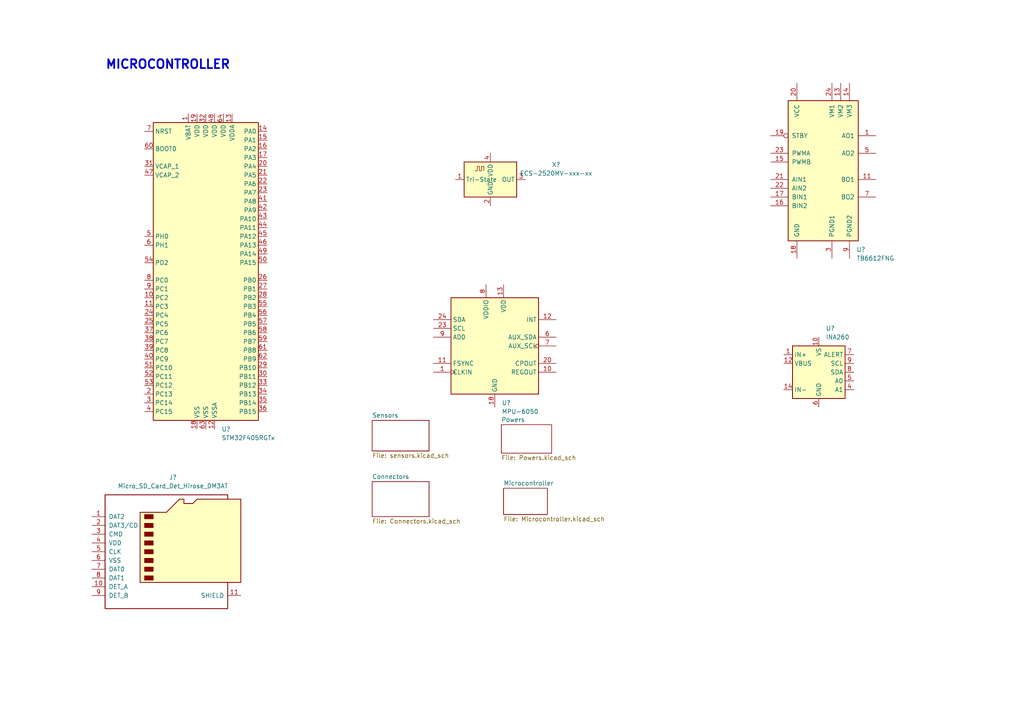
<source format=kicad_sch>
(kicad_sch (version 20211123) (generator eeschema)
  (paper "A4")
  (lib_symbols
    (symbol "Connector:Micro_SD_Card_Det_Hirose_DM3AT" (pin_names (offset 1.016))
      (property "Reference" "J" (at -16.51 17.78 0))
      (property "Value" "Micro_SD_Card_Det_Hirose_DM3AT" (at 16.51 17.78 0))
      (symbol "Micro_SD_Card_Det_Hirose_DM3AT_0_1"
        (rectangle (start -7.62 -6.985) (end -5.08 -8.255) (fill (type outline)))
        (rectangle (start -7.62 -4.445) (end -5.08 -5.715) (fill (type outline)))
        (rectangle (start -7.62 -1.905) (end -5.08 -3.175) (fill (type outline)))
        (rectangle (start -7.62 0.635) (end -5.08 -0.635) (fill (type outline)))
        (rectangle (start -7.62 3.175) (end -5.08 1.905) (fill (type outline)))
        (rectangle (start -7.62 5.715) (end -5.08 4.445) (fill (type outline)))
        (rectangle (start -7.62 8.255) (end -5.08 6.985) (fill (type outline)))
        (rectangle (start -7.62 10.795) (end -5.08 9.525) (fill (type outline)))
        (polyline (pts (xy 16.51 15.24) (xy 16.51 16.51) (xy -19.05 16.51) (xy -19.05 -16.51) (xy 16.51 -16.51) (xy 16.51 -8.89)) (stroke (width 0.254)))
        (polyline (pts (xy -8.89 -8.89) (xy -8.89 11.43) (xy -1.27 11.43) (xy 2.54 15.24) (xy 3.81 15.24) (xy 3.81 13.97) (xy 6.35 13.97) (xy 7.62 15.24) (xy 20.32 15.24) (xy 20.32 -8.89) (xy -8.89 -8.89)) (stroke (width 0.254)) (fill (type background)))
      )
      (symbol "Micro_SD_Card_Det_Hirose_DM3AT_1_1"
        (pin bidirectional line (at -22.86 10.16 0) (length 3.81) (name "DAT2") (number "1"))
        (pin passive line (at -22.86 -10.16 0) (length 3.81) (name "DET_A") (number "10"))
        (pin passive line (at 20.32 -12.7 180) (length 3.81) (name "SHIELD") (number "11"))
        (pin bidirectional line (at -22.86 7.62 0) (length 3.81) (name "DAT3/CD") (number "2"))
        (pin input line (at -22.86 5.08 0) (length 3.81) (name "CMD") (number "3"))
        (pin power_in line (at -22.86 2.54 0) (length 3.81) (name "VDD") (number "4"))
        (pin input line (at -22.86 0 0) (length 3.81) (name "CLK") (number "5"))
        (pin power_in line (at -22.86 -2.54 0) (length 3.81) (name "VSS") (number "6"))
        (pin bidirectional line (at -22.86 -5.08 0) (length 3.81) (name "DAT0") (number "7"))
        (pin bidirectional line (at -22.86 -7.62 0) (length 3.81) (name "DAT1") (number "8"))
        (pin passive line (at -22.86 -12.7 0) (length 3.81) (name "DET_B") (number "9"))
      )
    )
    (symbol "Driver_Motor:TB6612FNG" (pin_names (offset 1.016))
      (property "Reference" "U" (at 11.43 17.78 0))
      (property "Value" "TB6612FNG" (at 11.43 15.24 0))
      (symbol "TB6612FNG_0_1"
        (rectangle (start -10.16 20.32) (end 10.16 -20.32) (stroke (width 0.254)) (fill (type background)))
      )
      (symbol "TB6612FNG_1_1"
        (pin output line (at 15.24 10.16 180) (length 5.08) (name "AO1") (number "1"))
        (pin passive line (at 7.62 -25.4 90) (length 5.08) hide (name "PGND2") (number "10"))
        (pin output line (at 15.24 -2.54 180) (length 5.08) (name "BO1") (number "11"))
        (pin passive line (at 15.24 -2.54 180) (length 5.08) hide (name "BO1") (number "12"))
        (pin power_in line (at 5.08 25.4 270) (length 5.08) (name "VM2") (number "13"))
        (pin power_in line (at 7.62 25.4 270) (length 5.08) (name "VM3") (number "14"))
        (pin input line (at -15.24 2.54 0) (length 5.08) (name "PWMB") (number "15"))
        (pin input line (at -15.24 -10.16 0) (length 5.08) (name "BIN2") (number "16"))
        (pin input line (at -15.24 -7.62 0) (length 5.08) (name "BIN1") (number "17"))
        (pin power_in line (at -7.62 -25.4 90) (length 5.08) (name "GND") (number "18"))
        (pin input inverted (at -15.24 10.16 0) (length 5.08) (name "STBY") (number "19"))
        (pin passive line (at 15.24 10.16 180) (length 5.08) hide (name "AO1") (number "2"))
        (pin power_in line (at -7.62 25.4 270) (length 5.08) (name "VCC") (number "20"))
        (pin input line (at -15.24 -2.54 0) (length 5.08) (name "AIN1") (number "21"))
        (pin input line (at -15.24 -5.08 0) (length 5.08) (name "AIN2") (number "22"))
        (pin input line (at -15.24 5.08 0) (length 5.08) (name "PWMA") (number "23"))
        (pin power_in line (at 2.54 25.4 270) (length 5.08) (name "VM1") (number "24"))
        (pin power_in line (at 2.54 -25.4 90) (length 5.08) (name "PGND1") (number "3"))
        (pin passive line (at 2.54 -25.4 90) (length 5.08) hide (name "PGND1") (number "4"))
        (pin output line (at 15.24 5.08 180) (length 5.08) (name "AO2") (number "5"))
        (pin passive line (at 15.24 5.08 180) (length 5.08) hide (name "AO2") (number "6"))
        (pin output line (at 15.24 -7.62 180) (length 5.08) (name "BO2") (number "7"))
        (pin passive line (at 15.24 -7.62 180) (length 5.08) hide (name "BO2") (number "8"))
        (pin power_in line (at 7.62 -25.4 90) (length 5.08) (name "PGND2") (number "9"))
      )
    )
    (symbol "MCU_ST_STM32F4:STM32F405RGTx"
      (property "Reference" "U" (at -15.24 44.45 0))
      (property "Value" "STM32F405RGTx" (at 10.16 44.45 0))
      (symbol "STM32F405RGTx_0_1"
        (rectangle (start -15.24 -43.18) (end 15.24 43.18) (stroke (width 0.254)) (fill (type background)))
      )
      (symbol "STM32F405RGTx_1_1"
        (pin power_in line (at -5.08 45.72 270) (length 2.54) (name "VBAT") (number "1"))
        (pin bidirectional line (at -17.78 -7.62 0) (length 2.54) (name "PC2") (number "10"))
        (pin bidirectional line (at -17.78 -10.16 0) (length 2.54) (name "PC3") (number "11"))
        (pin power_in line (at 2.54 -45.72 90) (length 2.54) (name "VSSA") (number "12"))
        (pin power_in line (at 7.62 45.72 270) (length 2.54) (name "VDDA") (number "13"))
        (pin bidirectional line (at 17.78 40.64 180) (length 2.54) (name "PA0") (number "14"))
        (pin bidirectional line (at 17.78 38.1 180) (length 2.54) (name "PA1") (number "15"))
        (pin bidirectional line (at 17.78 35.56 180) (length 2.54) (name "PA2") (number "16"))
        (pin bidirectional line (at 17.78 33.02 180) (length 2.54) (name "PA3") (number "17"))
        (pin power_in line (at -2.54 -45.72 90) (length 2.54) (name "VSS") (number "18"))
        (pin power_in line (at -2.54 45.72 270) (length 2.54) (name "VDD") (number "19"))
        (pin bidirectional line (at -17.78 -35.56 0) (length 2.54) (name "PC13") (number "2"))
        (pin bidirectional line (at 17.78 30.48 180) (length 2.54) (name "PA4") (number "20"))
        (pin bidirectional line (at 17.78 27.94 180) (length 2.54) (name "PA5") (number "21"))
        (pin bidirectional line (at 17.78 25.4 180) (length 2.54) (name "PA6") (number "22"))
        (pin bidirectional line (at 17.78 22.86 180) (length 2.54) (name "PA7") (number "23"))
        (pin bidirectional line (at -17.78 -12.7 0) (length 2.54) (name "PC4") (number "24"))
        (pin bidirectional line (at -17.78 -15.24 0) (length 2.54) (name "PC5") (number "25"))
        (pin bidirectional line (at 17.78 -2.54 180) (length 2.54) (name "PB0") (number "26"))
        (pin bidirectional line (at 17.78 -5.08 180) (length 2.54) (name "PB1") (number "27"))
        (pin bidirectional line (at 17.78 -7.62 180) (length 2.54) (name "PB2") (number "28"))
        (pin bidirectional line (at 17.78 -27.94 180) (length 2.54) (name "PB10") (number "29"))
        (pin bidirectional line (at -17.78 -38.1 0) (length 2.54) (name "PC14") (number "3"))
        (pin bidirectional line (at 17.78 -30.48 180) (length 2.54) (name "PB11") (number "30"))
        (pin power_in line (at -17.78 30.48 0) (length 2.54) (name "VCAP_1") (number "31"))
        (pin power_in line (at 0 45.72 270) (length 2.54) (name "VDD") (number "32"))
        (pin bidirectional line (at 17.78 -33.02 180) (length 2.54) (name "PB12") (number "33"))
        (pin bidirectional line (at 17.78 -35.56 180) (length 2.54) (name "PB13") (number "34"))
        (pin bidirectional line (at 17.78 -38.1 180) (length 2.54) (name "PB14") (number "35"))
        (pin bidirectional line (at 17.78 -40.64 180) (length 2.54) (name "PB15") (number "36"))
        (pin bidirectional line (at -17.78 -17.78 0) (length 2.54) (name "PC6") (number "37"))
        (pin bidirectional line (at -17.78 -20.32 0) (length 2.54) (name "PC7") (number "38"))
        (pin bidirectional line (at -17.78 -22.86 0) (length 2.54) (name "PC8") (number "39"))
        (pin bidirectional line (at -17.78 -40.64 0) (length 2.54) (name "PC15") (number "4"))
        (pin bidirectional line (at -17.78 -25.4 0) (length 2.54) (name "PC9") (number "40"))
        (pin bidirectional line (at 17.78 20.32 180) (length 2.54) (name "PA8") (number "41"))
        (pin bidirectional line (at 17.78 17.78 180) (length 2.54) (name "PA9") (number "42"))
        (pin bidirectional line (at 17.78 15.24 180) (length 2.54) (name "PA10") (number "43"))
        (pin bidirectional line (at 17.78 12.7 180) (length 2.54) (name "PA11") (number "44"))
        (pin bidirectional line (at 17.78 10.16 180) (length 2.54) (name "PA12") (number "45"))
        (pin bidirectional line (at 17.78 7.62 180) (length 2.54) (name "PA13") (number "46"))
        (pin power_in line (at -17.78 27.94 0) (length 2.54) (name "VCAP_2") (number "47"))
        (pin power_in line (at 2.54 45.72 270) (length 2.54) (name "VDD") (number "48"))
        (pin bidirectional line (at 17.78 5.08 180) (length 2.54) (name "PA14") (number "49"))
        (pin input line (at -17.78 10.16 0) (length 2.54) (name "PH0") (number "5"))
        (pin bidirectional line (at 17.78 2.54 180) (length 2.54) (name "PA15") (number "50"))
        (pin bidirectional line (at -17.78 -27.94 0) (length 2.54) (name "PC10") (number "51"))
        (pin bidirectional line (at -17.78 -30.48 0) (length 2.54) (name "PC11") (number "52"))
        (pin bidirectional line (at -17.78 -33.02 0) (length 2.54) (name "PC12") (number "53"))
        (pin bidirectional line (at -17.78 2.54 0) (length 2.54) (name "PD2") (number "54"))
        (pin bidirectional line (at 17.78 -10.16 180) (length 2.54) (name "PB3") (number "55"))
        (pin bidirectional line (at 17.78 -12.7 180) (length 2.54) (name "PB4") (number "56"))
        (pin bidirectional line (at 17.78 -15.24 180) (length 2.54) (name "PB5") (number "57"))
        (pin bidirectional line (at 17.78 -17.78 180) (length 2.54) (name "PB6") (number "58"))
        (pin bidirectional line (at 17.78 -20.32 180) (length 2.54) (name "PB7") (number "59"))
        (pin input line (at -17.78 7.62 0) (length 2.54) (name "PH1") (number "6"))
        (pin input line (at -17.78 35.56 0) (length 2.54) (name "BOOT0") (number "60"))
        (pin bidirectional line (at 17.78 -22.86 180) (length 2.54) (name "PB8") (number "61"))
        (pin bidirectional line (at 17.78 -25.4 180) (length 2.54) (name "PB9") (number "62"))
        (pin power_in line (at 0 -45.72 90) (length 2.54) (name "VSS") (number "63"))
        (pin power_in line (at 5.08 45.72 270) (length 2.54) (name "VDD") (number "64"))
        (pin input line (at -17.78 40.64 0) (length 2.54) (name "NRST") (number "7"))
        (pin bidirectional line (at -17.78 -2.54 0) (length 2.54) (name "PC0") (number "8"))
        (pin bidirectional line (at -17.78 -5.08 0) (length 2.54) (name "PC1") (number "9"))
      )
    )
    (symbol "Oscillator:ECS-2520MV-xxx-xx"
      (property "Reference" "X" (at -5.08 6.35 0))
      (property "Value" "ECS-2520MV-xxx-xx" (at 1.27 -6.35 0))
      (symbol "ECS-2520MV-xxx-xx_0_1"
        (rectangle (start -7.62 5.08) (end 7.62 -5.08) (stroke (width 0.254)) (fill (type background)))
        (polyline (pts (xy -4.445 2.54) (xy -3.81 2.54) (xy -3.81 3.81) (xy -3.175 3.81) (xy -3.175 2.54) (xy -2.54 2.54) (xy -2.54 3.81) (xy -1.905 3.81) (xy -1.905 2.54)))
      )
      (symbol "ECS-2520MV-xxx-xx_1_1"
        (pin input line (at -10.16 0 0) (length 2.54) (name "Tri-State") (number "1"))
        (pin power_in line (at 0 -7.62 90) (length 2.54) (name "GND") (number "2"))
        (pin output line (at 10.16 0 180) (length 2.54) (name "OUT") (number "3"))
        (pin power_in line (at 0 7.62 270) (length 2.54) (name "VDD") (number "4"))
      )
    )
    (symbol "Sensor:INA260"
      (property "Reference" "U" (at -6.35 8.89 0))
      (property "Value" "INA260" (at 2.54 8.89 0))
      (symbol "INA260_0_1"
        (rectangle (start -7.62 7.62) (end 7.62 -7.62) (stroke (width 0.254)) (fill (type background)))
      )
      (symbol "INA260_1_1"
        (pin passive line (at -10.16 5.08 0) (length 2.54) (name "IN+") (number "1"))
        (pin power_in line (at 0 10.16 270) (length 2.54) (name "VS") (number "10"))
        (pin passive line (at 0 -10.16 90) (length 2.54) hide (name "GND") (number "11"))
        (pin passive line (at -10.16 2.54 0) (length 2.54) (name "VBUS") (number "12"))
        (pin no_connect line (at 2.54 -7.62 90) (length 2.54) hide (name "NC") (number "13"))
        (pin passive line (at -10.16 -5.08 0) (length 2.54) (name "IN-") (number "14"))
        (pin passive line (at -10.16 -5.08 0) (length 2.54) hide (name "IN-") (number "15"))
        (pin passive line (at -10.16 -5.08 0) (length 2.54) hide (name "IN-") (number "16"))
        (pin passive line (at -10.16 5.08 0) (length 2.54) hide (name "IN+") (number "2"))
        (pin passive line (at -10.16 5.08 0) (length 2.54) hide (name "IN+") (number "3"))
        (pin input line (at 10.16 -5.08 180) (length 2.54) (name "A1") (number "4"))
        (pin input line (at 10.16 -2.54 180) (length 2.54) (name "A0") (number "5"))
        (pin power_in line (at 0 -10.16 90) (length 2.54) (name "GND") (number "6"))
        (pin open_collector line (at 10.16 5.08 180) (length 2.54) (name "ALERT") (number "7"))
        (pin bidirectional line (at 10.16 0 180) (length 2.54) (name "SDA") (number "8"))
        (pin input line (at 10.16 2.54 180) (length 2.54) (name "SCL") (number "9"))
      )
    )
    (symbol "Sensor_Motion:MPU-6050"
      (property "Reference" "U" (at -11.43 13.97 0))
      (property "Value" "MPU-6050" (at 7.62 -15.24 0))
      (symbol "MPU-6050_0_0"
        (text "" (at 12.7 -2.54 0) (effects (font (size 1.27 1.27))))
      )
      (symbol "MPU-6050_0_1"
        (rectangle (start -12.7 13.97) (end 12.7 -13.97) (stroke (width 0.254)) (fill (type background)))
      )
      (symbol "MPU-6050_1_1"
        (pin input clock (at -17.78 -7.62 0) (length 5.08) (name "CLKIN") (number "1"))
        (pin passive line (at 17.78 -7.62 180) (length 5.08) (name "REGOUT") (number "10"))
        (pin input line (at -17.78 -5.08 0) (length 5.08) (name "FSYNC") (number "11"))
        (pin output line (at 17.78 7.62 180) (length 5.08) (name "INT") (number "12"))
        (pin power_in line (at 2.54 17.78 270) (length 3.81) (name "VDD") (number "13"))
        (pin no_connect line (at -12.7 -10.16 0) (length 2.54) hide (name "NC") (number "14"))
        (pin no_connect line (at 12.7 12.7 180) (length 2.54) hide (name "NC") (number "15"))
        (pin no_connect line (at 12.7 10.16 180) (length 2.54) hide (name "NC") (number "16"))
        (pin no_connect line (at 12.7 5.08 180) (length 2.54) hide (name "NC") (number "17"))
        (pin power_in line (at 0 -17.78 90) (length 3.81) (name "GND") (number "18"))
        (pin no_connect line (at 12.7 -10.16 180) (length 2.54) hide (name "NC") (number "19"))
        (pin no_connect line (at -12.7 12.7 0) (length 2.54) hide (name "NC") (number "2"))
        (pin passive line (at 17.78 -5.08 180) (length 5.08) (name "CPOUT") (number "20"))
        (pin no_connect line (at 12.7 -2.54 180) (length 2.54) hide (name "NC") (number "21"))
        (pin no_connect line (at 12.7 -12.7 180) (length 2.54) hide (name "NC") (number "22"))
        (pin input line (at -17.78 5.08 0) (length 5.08) (name "SCL") (number "23"))
        (pin bidirectional line (at -17.78 7.62 0) (length 5.08) (name "SDA") (number "24"))
        (pin no_connect line (at -12.7 10.16 0) (length 2.54) hide (name "NC") (number "3"))
        (pin no_connect line (at -12.7 0 0) (length 2.54) hide (name "NC") (number "4"))
        (pin no_connect line (at -12.7 -2.54 0) (length 2.54) hide (name "NC") (number "5"))
        (pin bidirectional line (at 17.78 2.54 180) (length 5.08) (name "AUX_SDA") (number "6"))
        (pin output clock (at 17.78 0 180) (length 5.08) (name "AUX_SCL") (number "7"))
        (pin power_in line (at -2.54 17.78 270) (length 3.81) (name "VDDIO") (number "8"))
        (pin input line (at -17.78 2.54 0) (length 5.08) (name "AD0") (number "9"))
      )
    )
  )
  (text "MICROCONTROLLER" (at 30.48 20.32 0) (effects (font (size 2.54 2.54) (thickness 0.508) bold) (justify left bottom)))
  (symbol (lib_id "Driver_Motor:TB6612FNG") (at 238.76 49.53 0) (unit 1)
    (property "Reference" "U?" (at 248.3994 72.39 0) (effects (justify left)))
    (property "Value" "TB6612FNG" (at 248.3994 74.93 0) (effects (justify left)))
    (property "Footprint" "Package_SO:SSOP-24_5.3x8.2mm_P0.65mm" (effects hide))
    (property "Datasheet" "https://toshiba.semicon-storage.com/us/product/linear/motordriver/detail.TB6612FNG.html" (effects hide))
  )
  (symbol (lib_id "Sensor_Motion:MPU-6050") (at 143.51 100.33 0) (unit 1)
    (property "Reference" "U?" (at 145.5294 116.84 0) (effects (justify left)))
    (property "Value" "MPU-6050" (at 145.5294 119.38 0) (effects (justify left)))
    (property "Footprint" "Sensor_Motion:InvenSense_QFN-24_4x4mm_P0.5mm" (effects hide))
    (property "Datasheet" "https://store.invensense.com/datasheets/invensense/MPU-6050_DataSheet_V3%204.pdf" (effects hide))
  )
  (symbol (lib_id "MCU_ST_STM32F4:STM32F405RGTx") (at 59.69 78.74 0) (unit 1)
    (property "Reference" "U?" (at 64.2494 124.46 0) (effects (justify left)))
    (property "Value" "STM32F405RGTx" (at 64.2494 127 0) (effects (justify left)))
    (property "Footprint" "Package_QFP:LQFP-64_10x10mm_P0.5mm" (effects hide))
    (property "Datasheet" "http://www.st.com/st-web-ui/static/active/en/resource/technical/document/datasheet/DM00037051.pdf" (effects hide))
  )
  (symbol (lib_id "Connector:Micro_SD_Card_Det_Hirose_DM3AT") (at 49.53 160.02 0) (unit 1)
    (property "Reference" "J?" (at 50.165 138.43 0))
    (property "Value" "Micro_SD_Card_Det_Hirose_DM3AT" (at 50.165 140.97 0))
    (property "Datasheet" "https://www.hirose.com/product/en/download_file/key_name/DM3/category/Catalog/doc_file_id/49662/?file_category_id=4&item_id=195&is_series=1" (effects hide))
  )
  (symbol (lib_id "Oscillator:ECS-2520MV-xxx-xx") (at 142.24 52.07 0) (unit 1)
    (property "Reference" "X?" (at 161.29 47.7393 0))
    (property "Value" "ECS-2520MV-xxx-xx" (at 161.29 50.2793 0))
    (property "Footprint" "Oscillator:Oscillator_SMD_ECS_2520MV-xxx-xx-4Pin_2.5x2.0mm" (effects hide))
    (property "Datasheet" "https://www.ecsxtal.com/store/pdf/ECS-2520MV.pdf" (effects hide))
  )
  (symbol (lib_id "Sensor:INA260") (at 237.49 107.95 0) (unit 1)
    (property "Reference" "U?" (at 239.5094 95.25 0) (effects (justify left)))
    (property "Value" "INA260" (at 239.5094 97.79 0) (effects (justify left)))
    (property "Footprint" "Package_SO:TSSOP-16_4.4x5mm_P0.65mm" (effects hide))
    (property "Datasheet" "http://www.ti.com/lit/ds/symlink/ina260.pdf" (effects hide))
  )
  (sheet (at 107.95 139.7) (size 16.51 10.16) (stroke (width 0.1524))
    (property "Sheet name" "Connectors" (at 107.95 138.9884 0) (effects (justify left bottom)))
    (property "Sheet file" "Connectors.kicad_sch" (at 107.95 150.4446 0) (effects (justify left top)))
  )
  (sheet (at 146.05 141.605) (size 12.7 7.62) (stroke (width 0.1524))
    (property "Sheet name" "Microcontroller" (at 146.05 140.8934 0) (effects (justify left bottom)))
    (property "Sheet file" "Microcontroller.kicad_sch" (at 146.05 149.8096 0) (effects (justify left top)))
  )
  (sheet (at 145.415 123.19) (size 14.605 8.255) (stroke (width 0.1524))
    (property "Sheet name" "Powers" (at 145.415 122.4784 0) (effects (justify left bottom)))
    (property "Sheet file" "Powers.kicad_sch" (at 145.415 132.0296 0) (effects (justify left top)))
  )
  (sheet (at 107.95 121.92) (size 16.51 8.89) (stroke (width 0.1524))
    (property "Sheet name" "Sensors" (at 107.95 121.2084 0) (effects (justify left bottom)))
    (property "Sheet file" "sensors.kicad_sch" (at 107.95 131.3946 0) (effects (justify left top)))
  )
)
</source>
